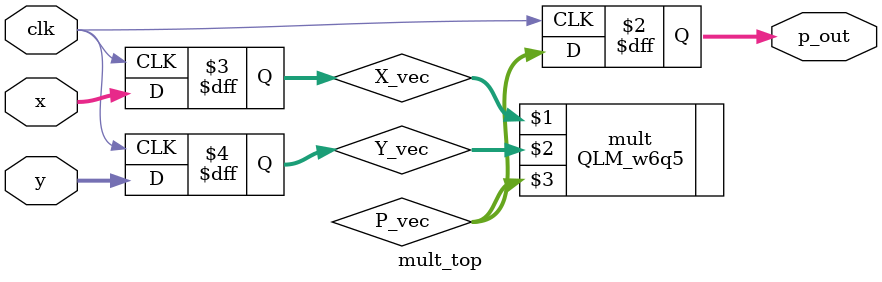
<source format=v>


module mult_top(
    // Clock and reset
    input clk,
    // Input X has a form x_i%d where %d denotes the bit number
    input  [15:0] x,
    // Input Y has a form y_i%d where %d denotes the bit number
    input  [15:0] y,
    // Output P has a form p_out%d where %d denotes the bit number
    output reg [31:0] p_out
    );

    
    // Now we have X_vec and Y_vec signal 
    // Then we do processing with these signals and store the 
    // intermidiate result in P_vec
    // For example purposes X_vec and Y_vec are concanated and stored in P_vec
    wire [31:0] P_vec;
    reg [15:0] X_vec;
    reg [15:0] Y_vec;
    
    QLM_w6q5 mult(X_vec,Y_vec,P_vec); 

 
    always @(posedge clk) 
    begin
        p_out = P_vec;
        X_vec = x;
        Y_vec = y;
    end

endmodule 


</source>
